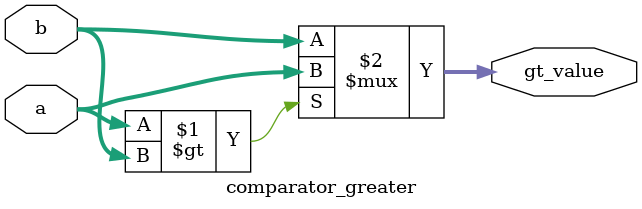
<source format=sv>
module max_priority_block(
  // Input declare
  // Group input 14:12
  input  logic [2:0]  IPRA_14_12, IPRB_14_12, IPRC_14_12, IPRD_14_12, IPRE_14_12, IPRF_14_12,
  input  logic [2:0]  IPRG_14_12, IPRH_14_12, IPRI_14_12, IPRJ_14_12, IPRK_14_12, IPRL_14_12,
  input  logic [2:0]  IPRM_14_12, IPRN_14_12,
  // Group input 10:8
  input  logic [2:0]  IPRA_10_8 , IPRB_10_8 , IPRC_10_8 , IPRD_10_8 , IPRE_10_8 , IPRF_10_8 ,
  input  logic [2:0]  IPRG_10_8 , IPRH_10_8 , IPRI_10_8 , IPRJ_10_8 , IPRK_10_8 , IPRL_10_8 ,
  input  logic [2:0]  IPRM_10_8 , IPRN_10_8 ,
  // Group input 6:4
  input  logic [2:0]  IPRA_6_4  , IPRB_6_4  , IPRC_6_4  , IPRD_6_4  , IPRE_6_4  , IPRF_6_4  ,
  input  logic [2:0]  IPRG_6_4  , IPRH_6_4  , IPRI_6_4  , IPRJ_6_4  , IPRK_6_4  , IPRL_6_4  ,
  input  logic [2:0]  IPRM_6_4  , IPRN_6_4  , 
  // Group input 2:0
  input  logic [2:0]  IPRA_2_0  , IPRB_2_0  , IPRC_2_0  , IPRD_2_0  , IPRE_2_0  , IPRF_2_0  ,
  input  logic [2:0]  IPRG_2_0  , IPRH_2_0  , IPRI_2_0  , IPRJ_2_0  , IPRK_2_0  , IPRL_2_0  ,
  input  logic [2:0]  IPRM_2_0  , IPRN_2_0  ,
  input  logic        SWDTEND   , WOVI      , CMI       , IIC2_2    , IIC2_3    , 
  input  logic [1:0]  AD_0      , IIC2_0    , IIC2_1    , 
  input  logic [2:0]  SSU       ,  
  input  logic [3:0]  TPU_1     , TPU_2     , TPU_4     , TPU_5     , TMR_0     , TMR_1     ,
  input  logic [3:0]  DMAC      , EXDMAC    , SCI_0     , SCI_1     , SCI_2     , SCI_3     ,
  input  logic [3:0]  AD_1      , TPU_7     , TPU_8     , TPU_10    , TPU_11    , 
  input  logic [4:0]  TPU_6     , TPU_9     , 
  input  logic [7:0]  TPU_0     , TPU_3     , SCI_4     ,
  input  logic [0:15] IRQ_req      ,
  input  logic [21:0] reserved              ,
  // Output Declaration
  output logic [2:0] max_priority
);
  
  logic [2:0] IRQ_0_selected , 
              IRQ_1_selected , 
              IRQ_2_selected , 
              IRQ_3_selected , 
              IRQ_4_selected , 
              IRQ_5_selected , 
              IRQ_6_selected , 
              IRQ_7_selected , 
              IRQ_8_selected , 
              IRQ_9_selected , 
              IRQ_10_selected, 
              IRQ_11_selected, 
              IRQ_12_selected, 
              IRQ_13_selected, 
              IRQ_14_selected, 
              IRQ_15_selected;

  logic [2:0] SWDTEND_selected    , WOVI_selected       , reserved_0_selected ,
              CMI_selected        , reserved_1_selected , AD_0_selected       ,
              TPU_0_selected      , TPU_1_selected      , TPU_2_selected      ,
              TPU_3_selected      , TPU_4_selected      , TPU_5_selected      ,
              TMR_0_selected      , TMR_1_selected      , DMAC_selected       , 
	      EXDMAC_0_selected   , EXDMAC_1_selected   , EXDMAC_2_selected   , 
	      EXDMAC_3_selected   , SCI_0_selected      , SCI_1_selected      , 
	      SCI_2_selected      , SCI_3_selected      , SCI_40_selected     , 
	      SCI_41_selected     , AD_1_selected       , IIC2_01_selected    , 
	      TPU_6_selected      , TPU_7_selected      , TPU_8_selected      , 
	      TPU_9_selected      , TPU_10_selected     , TPU_11_selected     , 
	      reserved_20_selected, reserved_21_selected, IIC2_23_selected    , 
	      SSU_selected        , reserved_30_selected, reserved_31_selected, 
	      reserved_32_selected; 

  logic [2:0] max_A1, max_A2;
  logic [2:0] max_B1, max_B2;
  logic [2:0] max_C1, max_C2;
  logic [2:0] max_D1, max_D2;
  logic [2:0] max_E1, max_E2;
  logic [2:0] max_F1, max_F2;
  logic [2:0] max_G1, max_G2;
  logic [2:0] max_H1, max_H2;
  logic [2:0] max_I1, max_I2;
  logic [2:0] max_J1, max_J2;
  logic [2:0] max_K1, max_K2;
  logic [2:0] max_L1, max_L2;
  logic [2:0] max_M1, max_M2;
  logic [2:0] max_N1, max_N2;
  
  
  logic [2:0] max_IPRA;
  logic [2:0] max_IPRB;
  logic [2:0] max_IPRC;
  logic [2:0] max_IPRD;
  logic [2:0] max_IPRE;
  logic [2:0] max_IPRF;
  logic [2:0] max_IPRG;
  logic [2:0] max_IPRH;
  logic [2:0] max_IPRI;
  logic [2:0] max_IPRJ;
  logic [2:0] max_IPRK;
  logic [2:0] max_IPRL;
  logic [2:0] max_IPRM;
  logic [2:0] max_IPRN;

  logic [2:0] max_AB;
  logic [2:0] max_CD;
  logic [2:0] max_EF;
  logic [2:0] max_GH;
  logic [2:0] max_IJ;
  logic [2:0] max_KL;
  logic [2:0] max_MN;

  logic [2:0] max_ABCD;
  logic [2:0] max_EFGH;
  logic [2:0] max_IJKL;

  logic [2:0] max_ABCDEFGH;
  logic [2:0] max_IJKL_MN ;
  //=================== Group IPRA ================== 
  assign IRQ_0_selected       = IRQ_req[0]           ? IPRA_14_12 : 3'b0;
  assign IRQ_1_selected       = IRQ_req[1]           ? IPRA_10_8  : 3'b0;
  assign IRQ_2_selected       = IRQ_req[2]           ? IPRA_6_4   : 3'b0;
  assign IRQ_3_selected       = IRQ_req[3]           ? IPRA_2_0   : 3'b0;
 
  //=================== Group IPRB ================== 
  assign IRQ_4_selected       = IRQ_req[4]           ? IPRB_14_12 : 3'b0;
  assign IRQ_5_selected       = IRQ_req[5]           ? IPRB_10_8  : 3'b0;
  assign IRQ_6_selected       = IRQ_req[6]           ? IPRB_6_4   : 3'b0;
  assign IRQ_7_selected       = IRQ_req[7]           ? IPRB_2_0   : 3'b0;

  //=================== Group IPRC ================== 
  assign IRQ_8_selected       = IRQ_req[8]           ? IPRC_14_12 : 3'b0;
  assign IRQ_9_selected       = IRQ_req[9]           ? IPRC_10_8  : 3'b0;
  assign IRQ_10_selected      = IRQ_req[10]          ? IPRC_6_4   : 3'b0;
  assign IRQ_11_selected      = IRQ_req[11]          ? IPRC_2_0   : 3'b0;
  
  //=================== Group IPRD ================== 
  assign IRQ_12_selected      = IRQ_req[12]          ? IPRD_14_12 : 3'b0;
  assign IRQ_13_selected      = IRQ_req[13]          ? IPRD_10_8  : 3'b0;
  assign IRQ_14_selected      = IRQ_req[14]          ? IPRD_6_4   : 3'b0;
  assign IRQ_15_selected      = IRQ_req[15]          ? IPRD_2_0   : 3'b0;
  
  //=================== Group IPRE ================== 
  assign SWDTEND_selected     = SWDTEND              ? IPRE_14_12 : 3'b0; 
  assign WOVI_selected        = WOVI                 ? IPRE_10_8  : 3'b0; 
  assign reserved_0_selected  = reserved[21]         ? IPRE_6_4   : 3'b0;
  assign CMI_selected         = CMI                  ? IPRE_2_0   : 3'b0; 
  
  //=================== Group IPRF ================== 
  assign reserved_1_selected  = |reserved[20:19]     ? IPRF_14_12 : 3'b0; 
  assign AD_0_selected        = |AD_0                ? IPRF_10_8  : 3'b0;
  assign TPU_0_selected       = |TPU_0               ? IPRF_6_4   : 3'b0; 
  assign TPU_1_selected       = |TPU_1               ? IPRF_2_0   : 3'b0; 
  
  //=================== Group IPRG ================== 
  assign TPU_2_selected       = |TPU_2               ? IPRG_14_12 : 3'b0;
  assign TPU_3_selected       = |TPU_3               ? IPRG_10_8  : 3'b0; 
  assign TPU_4_selected       = |TPU_4               ? IPRG_6_4   : 3'b0; 
  assign TPU_5_selected       = |TPU_5               ? IPRG_2_0   : 3'b0;
  
  //=================== Group IPRH ================== 
  assign TMR_0_selected       = |TMR_0               ? IPRH_14_12 : 3'b0; 
  assign TMR_1_selected       = |TMR_1               ? IPRH_10_8  : 3'b0;
  assign DMAC_selected        = |DMAC                ? IPRH_6_4   : 3'b0; 
  assign EXDMAC_3_selected    = EXDMAC[3]            ? IPRH_2_0   : 3'b0;
  
  //=================== Group IPRI ================== 
  assign EXDMAC_2_selected    = EXDMAC[2]            ? IPRI_14_12 : 3'b0; 
  assign EXDMAC_1_selected    = EXDMAC[1]            ? IPRI_10_8  : 3'b0; 
  assign EXDMAC_0_selected    = EXDMAC[0]            ? IPRI_6_4   : 3'b0;
  assign SCI_0_selected       = |SCI_0               ? IPRI_2_0   : 3'b0; 
  
  //=================== Group IPRJ ================== 
  assign SCI_1_selected       = |SCI_1               ? IPRJ_14_12 : 3'b0; 
  assign SCI_2_selected       = |SCI_2               ? IPRJ_10_8  : 3'b0;
  assign SCI_3_selected       = |SCI_3               ? IPRJ_6_4   : 3'b0; 
  assign SCI_41_selected      = |SCI_4[7:4]          ? IPRJ_2_0   : 3'b0; 
  
  //=================== Group IPRK ================== 
  assign SCI_40_selected      = |SCI_4[3:0]          ? IPRK_14_12 : 3'b0;
  assign AD_1_selected        = |AD_1                ? IPRK_10_8  : 3'b0; 
  assign IIC2_01_selected     = |{IIC2_0, IIC2_1}    ? IPRK_6_4   : 3'b0; 
  assign TPU_6_selected       = |TPU_6               ? IPRK_2_0   : 3'b0;
  
  //=================== Group IPRL ================== 
  assign TPU_7_selected       = |TPU_7               ? IPRL_14_12 : 3'b0; 
  assign TPU_8_selected       = |TPU_8               ? IPRL_10_8  : 3'b0; 
  assign TPU_9_selected       = |TPU_9               ? IPRL_6_4   : 3'b0;
  assign TPU_10_selected      = |TPU_10              ? IPRL_2_0   : 3'b0; 
  
  //=================== Group IPRM ================== 
  assign TPU_11_selected      = |TPU_11              ? IPRM_14_12 : 3'b0; 
  assign reserved_21_selected = |reserved[18:15]     ? IPRM_10_8  : 3'b0;
  assign reserved_20_selected = |reserved[14:12]     ? IPRM_6_4   : 3'b0; 
  assign IIC2_23_selected     = |{IIC2_2, IIC2_3}    ? IPRM_2_0   : 3'b0; 
  
  //=================== Group IPRN ================== 
  assign SSU_selected         = |SSU                 ? IPRN_14_12 : 3'b0;
  assign reserved_32_selected = |reserved[11:8]      ? IPRN_10_8  : 3'b0; 
  assign reserved_31_selected = |reserved[7:4]       ? IPRN_6_4   : 3'b0; 
  assign reserved_30_selected = |reserved[3:0]       ? IPRN_2_0   : 3'b0;

  // Stage 1 : 28 comp to find max of two in IPR
  comparator_greater maxA1 (
    .a        (IRQ_0_selected      ),
    .b        (IRQ_1_selected      ),
    .gt_value (max_A1              )

  );
  comparator_greater maxA2 (
    .a        (IRQ_2_selected      ),
    .b        (IRQ_3_selected      ),
    .gt_value (max_A2              )

  );
  comparator_greater maxB1 (
    .a        (IRQ_4_selected      ),
    .b        (IRQ_5_selected      ),
    .gt_value (max_B1              )

  );
  comparator_greater maxB2 (
    .a        (IRQ_6_selected      ),
    .b        (IRQ_7_selected      ),
    .gt_value (max_B2              ) 

  ); 
  comparator_greater maxC1 (
    .a        (IRQ_8_selected      ),
    .b        (IRQ_9_selected      ),
    .gt_value (max_C1              )

  );
  comparator_greater maxC2 (
    .a        (IRQ_10_selected     ),
    .b        (IRQ_11_selected     ),
    .gt_value (max_C2              )
  ); 

  comparator_greater maxD1 (
    .a        (IRQ_12_selected     ),
    .b        (IRQ_13_selected     ),
    .gt_value (max_D1              )
  );
  comparator_greater maxD2 (
    .a        (IRQ_14_selected     ),
    .b        (IRQ_15_selected     ),
    .gt_value (max_D2              )
  ); 
  comparator_greater maxE1 (
    .a        (SWDTEND_selected    ),
    .b        (WOVI_selected       ),
    .gt_value (max_E1              )
  );
  comparator_greater maxE2 (
    .a        (reserved_0_selected ),
    .b        (CMI_selected        ),
    .gt_value (max_E2              )
  ); 
  comparator_greater maxF1 (
    .a        (reserved_1_selected ),
    .b        (AD_0_selected       ),
    .gt_value (max_F1              )
  );
  comparator_greater maxF2 (
    .a        (TPU_0_selected      ),
    .b        (TPU_1_selected      ),
    .gt_value (max_F2              )
  ); 
  comparator_greater maxG1 (
    .a        (TPU_2_selected      ),
    .b        (TPU_3_selected      ),
    .gt_value (max_G1              ) 
  );
  comparator_greater maxG2 (
    .a        (TPU_4_selected      ),
    .b        (TPU_5_selected      ),
    .gt_value (max_G2              )
  ); 
  comparator_greater maxH1 (
    .a        (TMR_0_selected      ),
    .b        (TMR_1_selected      ),
    .gt_value (max_H1              )
  );
  comparator_greater maxH2 (
    .a        (DMAC_selected       ),
    .b        (EXDMAC_3_selected   ),
    .gt_value (max_H2              )
  ); 
  comparator_greater maxI1 (
    .a        (EXDMAC_2_selected   ),
    .b        (EXDMAC_1_selected   ),
    .gt_value (max_I1              )
  );
  comparator_greater maxI2 (
    .a        (EXDMAC_0_selected   ),
    .b        (SCI_0_selected      ),
    .gt_value (max_I2              )    
  );
  comparator_greater maxJ1 (
    .a        (SCI_1_selected      ),
    .b        (SCI_2_selected      ),
    .gt_value (max_J1              )
  );
  comparator_greater maxJ2 (
    .a        (SCI_3_selected      ),
    .b        (SCI_41_selected     ),
    .gt_value (max_J2              )
  ); 
  comparator_greater maxK1 (
    .a        (SCI_40_selected     ),
    .b        (AD_1_selected       ),
    .gt_value (max_K1              )
  );
  comparator_greater maxK2 (
    .a        (IIC2_01_selected    ),
    .b        (TPU_6_selected      ),
    .gt_value (max_K2              )
  ); 
  comparator_greater maxL1 (
    .a        (TPU_7_selected      ),
    .b        (TPU_8_selected      ),
    .gt_value (max_L1              )
  );
  comparator_greater maxL2 (
    .a        (TPU_9_selected      ),
    .b        (TPU_10_selected     ),
    .gt_value (max_L2              )
  ); 
  comparator_greater maxM1 (
    .a        (TPU_11_selected     ),
    .b        (reserved_21_selected),
    .gt_value (max_M1              )
  );
  comparator_greater maxM2 (
    .a        (reserved_20_selected),
    .b        (IIC2_23_selected    ),
    .gt_value (max_M2    )
  );
  comparator_greater maxN1 (
    .a        (SSU_selected        ),
    .b        (reserved_32_selected),
    .gt_value (max_N1              )
  );
  comparator_greater maxN2 (
    .a        (reserved_31_selected),
    .b        (reserved_30_selected),
    .gt_value (max_N2              )
  );

  //Stage 2: 14 comp to find max of each IPR
  comparator_greater maxA (
    .a        (max_A1  ),
    .b        (max_A2  ),
    .gt_value (max_IPRA)

  );

  comparator_greater maxB (
    .a        (max_B1  ),
    .b        (max_B2  ),
    .gt_value (max_IPRB)

  );
  comparator_greater maxC (
    .a        (max_C1  ),
    .b        (max_C2  ),
    .gt_value (max_IPRC)

  ); 
  comparator_greater maxD (
    .a        (max_D1  ),
    .b        (max_D2  ),
    .gt_value (max_IPRD)

  ); 
  comparator_greater maxE (
    .a        (max_E1  ),
    .b        (max_E2  ),
    .gt_value (max_IPRE)

  ); 
  comparator_greater maxF (
    .a        (max_F1  ),
    .b        (max_F2  ),
    .gt_value (max_IPRF)

  ); 
  comparator_greater maxG (
    .a        (max_G1  ),
    .b        (max_G2  ),
    .gt_value (max_IPRG)

  ); 
  comparator_greater maxH (
    .a        (max_H1  ),
    .b        (max_H2  ),
    .gt_value (max_IPRH)

  ); 
  comparator_greater maxI (
    .a        (max_I1  ),
    .b        (max_I2  ),
    .gt_value (max_IPRI)

  ); 
  comparator_greater maxJ (
    .a        (max_J1  ),
    .b        (max_J2  ),
    .gt_value (max_IPRJ)

  ); 
  comparator_greater maxK (
    .a        (max_K1  ),
    .b        (max_K2  ),
    .gt_value (max_IPRK)

  ); 
  comparator_greater maxL (
    .a        (max_L1  ),
    .b        (max_L2  ),
    .gt_value (max_IPRL)

  );
  comparator_greater maxM (
    .a        (max_M1  ),
    .b        (max_M2  ),
    .gt_value (max_IPRM)

  ); 
  comparator_greater maxN (
    .a        (max_N1  ),
    .b        (max_N2  ),
    .gt_value (max_IPRN)

  );

  //Stage 3: find max of IPR pair A or B, C or D
   comparator_greater maxAB (
    .a        (max_IPRA),
    .b        (max_IPRB),
    .gt_value (max_AB  )

  ); 
   comparator_greater maxCD (
    .a        (max_IPRC),
    .b        (max_IPRD),
    .gt_value (max_CD  )

  );   
  comparator_greater maxEF (
    .a        (max_IPRE),
    .b        (max_IPRF),
    .gt_value (max_EF  )

  );  
  comparator_greater maxGH (
    .a        (max_IPRG),
    .b        (max_IPRH),
    .gt_value (max_GH  )

  );   
  comparator_greater maxIJ (
    .a        (max_IPRI),
    .b        (max_IPRJ),
    .gt_value (max_IJ  )

  );   
  comparator_greater maxKL (
    .a        (max_IPRK),
    .b        (max_IPRL),
    .gt_value (max_KL  )

  );   
  comparator_greater maxMN (
    .a        (max_IPRM),
    .b        (max_IPRN),
    .gt_value (max_MN  )

  ); 

  //Stage 4: find max of ABCD EFGH IJKL
  
  comparator_greater maxABCD (
    .a        (max_AB   ),
    .b        (max_CD   ),
    .gt_value (max_ABCD )

  );  
  comparator_greater maxEFGH (
    .a        (max_EF   ),
    .b        (max_GH   ),
    .gt_value (max_EFGH )

  );  
  comparator_greater maxIJKL (
    .a        (max_IJ   ),
    .b        (max_KL   ),
    .gt_value (max_IJKL )

  ); 
 

  //Stage 5: ABCDEFGH , IJKL/MN
  comparator_greater maxABCDEFGH (
    .a        (max_ABCD     ),
    .b        (max_EFGH     ),
    .gt_value (max_ABCDEFGH )

  ); 

  comparator_greater maxIJKL_MN (
    .a        (max_IJKL     ),
    .b        (max_MN       ),
    .gt_value (max_IJKL_MN  )

  ); 

  //Stage 6: final max
  comparator_greater max_final (
    .a        (max_ABCDEFGH ),
    .b        (max_IJKL_MN  ),
    .gt_value (max_priority )

  ); 

endmodule : max_priority_block
 
module comparator_greater #(
  parameter DATA_WIDTH = 3           // Width of input data
)(
  input  logic [DATA_WIDTH-1:0] a  ,  // First input
  input  logic [DATA_WIDTH-1:0] b  ,  // Second input
  output logic [DATA_WIDTH-1:0] gt_value   // Output: maximum value
);

  assign gt_value = a > b ? a : b;
  // sel = a > b;
  // case(sel)
  //  1: gt_value = a;
  //  0: gt_value = b;
  //  default: gt_value = 0;

endmodule : comparator_greater

</source>
